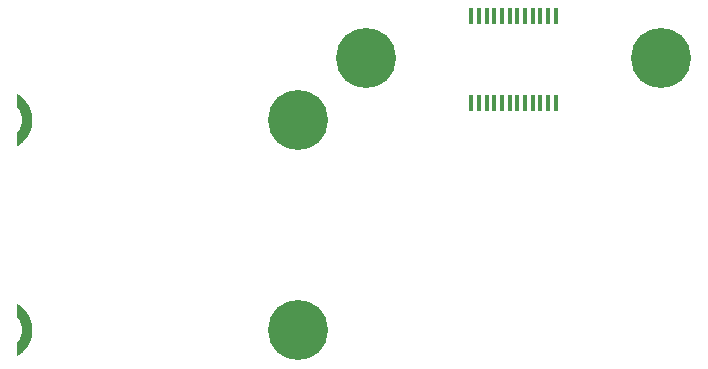
<source format=gtp>
G04 MADE WITH FRITZING*
G04 WWW.FRITZING.ORG*
G04 DOUBLE SIDED*
G04 HOLES PLATED*
G04 CONTOUR ON CENTER OF CONTOUR VECTOR*
%ASAXBY*%
%FSLAX23Y23*%
%MOIN*%
%OFA0B0*%
%SFA1.0B1.0*%
%ADD10C,0.200000*%
%ADD11R,0.013701X0.055000*%
%ADD12R,0.001000X0.001000*%
%LNPASTEMASK1*%
G90*
G70*
G54D10*
X1163Y1127D03*
X2148Y1127D03*
X1163Y1127D03*
X2148Y1127D03*
X936Y920D03*
X936Y920D03*
X936Y220D03*
X936Y220D03*
G54D11*
X1515Y978D03*
X1540Y978D03*
X1566Y978D03*
X1592Y978D03*
X1617Y978D03*
X1643Y978D03*
X1668Y978D03*
X1694Y978D03*
X1720Y978D03*
X1745Y978D03*
X1771Y978D03*
X1796Y978D03*
X1796Y1266D03*
X1771Y1266D03*
X1745Y1266D03*
X1720Y1266D03*
X1694Y1266D03*
X1668Y1266D03*
X1643Y1266D03*
X1617Y1266D03*
X1592Y1266D03*
X1566Y1266D03*
X1540Y1266D03*
X1515Y1266D03*
G54D12*
X1Y1007D02*
X1Y1007D01*
X1Y1006D02*
X3Y1006D01*
X1Y1005D02*
X4Y1005D01*
X1Y1004D02*
X6Y1004D01*
X1Y1003D02*
X8Y1003D01*
X1Y1002D02*
X9Y1002D01*
X1Y1001D02*
X10Y1001D01*
X1Y1000D02*
X12Y1000D01*
X1Y999D02*
X13Y999D01*
X1Y998D02*
X14Y998D01*
X1Y997D02*
X16Y997D01*
X1Y996D02*
X17Y996D01*
X1Y995D02*
X18Y995D01*
X1Y994D02*
X19Y994D01*
X1Y993D02*
X20Y993D01*
X1Y992D02*
X21Y992D01*
X1Y991D02*
X22Y991D01*
X1Y990D02*
X23Y990D01*
X1Y989D02*
X24Y989D01*
X1Y988D02*
X25Y988D01*
X1Y987D02*
X26Y987D01*
X1Y986D02*
X27Y986D01*
X1Y985D02*
X28Y985D01*
X1Y984D02*
X29Y984D01*
X1Y983D02*
X29Y983D01*
X1Y982D02*
X30Y982D01*
X1Y981D02*
X31Y981D01*
X1Y980D02*
X32Y980D01*
X1Y979D02*
X32Y979D01*
X1Y978D02*
X33Y978D01*
X1Y977D02*
X34Y977D01*
X1Y976D02*
X35Y976D01*
X1Y975D02*
X35Y975D01*
X1Y974D02*
X36Y974D01*
X1Y973D02*
X37Y973D01*
X1Y972D02*
X37Y972D01*
X1Y971D02*
X38Y971D01*
X1Y970D02*
X38Y970D01*
X1Y969D02*
X39Y969D01*
X1Y968D02*
X40Y968D01*
X1Y967D02*
X40Y967D01*
X1Y966D02*
X41Y966D01*
X1Y965D02*
X41Y965D01*
X1Y964D02*
X42Y964D01*
X2Y963D02*
X42Y963D01*
X3Y962D02*
X43Y962D01*
X3Y961D02*
X43Y961D01*
X4Y960D02*
X44Y960D01*
X5Y959D02*
X44Y959D01*
X6Y958D02*
X44Y958D01*
X6Y957D02*
X45Y957D01*
X7Y956D02*
X45Y956D01*
X8Y955D02*
X46Y955D01*
X8Y954D02*
X46Y954D01*
X9Y953D02*
X46Y953D01*
X10Y952D02*
X47Y952D01*
X10Y951D02*
X47Y951D01*
X11Y950D02*
X47Y950D01*
X11Y949D02*
X48Y949D01*
X12Y948D02*
X48Y948D01*
X12Y947D02*
X48Y947D01*
X12Y946D02*
X48Y946D01*
X13Y945D02*
X49Y945D01*
X13Y944D02*
X49Y944D01*
X14Y943D02*
X49Y943D01*
X14Y942D02*
X49Y942D01*
X14Y941D02*
X50Y941D01*
X15Y940D02*
X50Y940D01*
X15Y939D02*
X50Y939D01*
X15Y938D02*
X50Y938D01*
X16Y937D02*
X50Y937D01*
X16Y936D02*
X50Y936D01*
X16Y935D02*
X51Y935D01*
X16Y934D02*
X51Y934D01*
X17Y933D02*
X51Y933D01*
X17Y932D02*
X51Y932D01*
X17Y931D02*
X51Y931D01*
X17Y930D02*
X51Y930D01*
X17Y929D02*
X51Y929D01*
X17Y928D02*
X51Y928D01*
X17Y927D02*
X52Y927D01*
X18Y926D02*
X52Y926D01*
X18Y925D02*
X52Y925D01*
X18Y924D02*
X52Y924D01*
X18Y923D02*
X52Y923D01*
X18Y922D02*
X52Y922D01*
X18Y921D02*
X52Y921D01*
X18Y920D02*
X52Y920D01*
X18Y919D02*
X52Y919D01*
X18Y918D02*
X52Y918D01*
X18Y917D02*
X52Y917D01*
X18Y916D02*
X52Y916D01*
X18Y915D02*
X52Y915D01*
X18Y914D02*
X52Y914D01*
X17Y913D02*
X51Y913D01*
X17Y912D02*
X51Y912D01*
X17Y911D02*
X51Y911D01*
X17Y910D02*
X51Y910D01*
X17Y909D02*
X51Y909D01*
X17Y908D02*
X51Y908D01*
X17Y907D02*
X51Y907D01*
X16Y906D02*
X51Y906D01*
X16Y905D02*
X51Y905D01*
X16Y904D02*
X50Y904D01*
X16Y903D02*
X50Y903D01*
X15Y902D02*
X50Y902D01*
X15Y901D02*
X50Y901D01*
X15Y900D02*
X50Y900D01*
X14Y899D02*
X49Y899D01*
X14Y898D02*
X49Y898D01*
X14Y897D02*
X49Y897D01*
X13Y896D02*
X49Y896D01*
X13Y895D02*
X49Y895D01*
X12Y894D02*
X48Y894D01*
X12Y893D02*
X48Y893D01*
X11Y892D02*
X48Y892D01*
X11Y891D02*
X47Y891D01*
X10Y890D02*
X47Y890D01*
X10Y889D02*
X47Y889D01*
X9Y888D02*
X46Y888D01*
X9Y887D02*
X46Y887D01*
X8Y886D02*
X46Y886D01*
X8Y885D02*
X45Y885D01*
X7Y884D02*
X45Y884D01*
X6Y883D02*
X45Y883D01*
X5Y882D02*
X44Y882D01*
X5Y881D02*
X44Y881D01*
X4Y880D02*
X43Y880D01*
X3Y879D02*
X43Y879D01*
X2Y878D02*
X42Y878D01*
X1Y877D02*
X42Y877D01*
X1Y876D02*
X41Y876D01*
X1Y875D02*
X41Y875D01*
X1Y874D02*
X40Y874D01*
X1Y873D02*
X40Y873D01*
X1Y872D02*
X39Y872D01*
X1Y871D02*
X39Y871D01*
X1Y870D02*
X38Y870D01*
X1Y869D02*
X38Y869D01*
X1Y868D02*
X37Y868D01*
X1Y867D02*
X36Y867D01*
X1Y866D02*
X36Y866D01*
X1Y865D02*
X35Y865D01*
X1Y864D02*
X34Y864D01*
X1Y863D02*
X34Y863D01*
X1Y862D02*
X33Y862D01*
X1Y861D02*
X32Y861D01*
X1Y860D02*
X31Y860D01*
X1Y859D02*
X31Y859D01*
X1Y858D02*
X30Y858D01*
X1Y857D02*
X29Y857D01*
X1Y856D02*
X28Y856D01*
X1Y855D02*
X28Y855D01*
X1Y854D02*
X27Y854D01*
X1Y853D02*
X26Y853D01*
X1Y852D02*
X25Y852D01*
X1Y851D02*
X24Y851D01*
X1Y850D02*
X23Y850D01*
X1Y849D02*
X22Y849D01*
X1Y848D02*
X21Y848D01*
X1Y847D02*
X20Y847D01*
X1Y846D02*
X19Y846D01*
X1Y845D02*
X18Y845D01*
X1Y844D02*
X16Y844D01*
X1Y843D02*
X15Y843D01*
X1Y842D02*
X14Y842D01*
X1Y841D02*
X13Y841D01*
X1Y840D02*
X11Y840D01*
X1Y839D02*
X10Y839D01*
X1Y838D02*
X9Y838D01*
X1Y837D02*
X7Y837D01*
X1Y836D02*
X6Y836D01*
X1Y835D02*
X4Y835D01*
X1Y834D02*
X2Y834D01*
X1Y833D02*
X1Y833D01*
X1Y307D02*
X1Y307D01*
X1Y306D02*
X3Y306D01*
X1Y305D02*
X5Y305D01*
X1Y304D02*
X6Y304D01*
X1Y303D02*
X8Y303D01*
X1Y302D02*
X9Y302D01*
X1Y301D02*
X10Y301D01*
X1Y300D02*
X12Y300D01*
X1Y299D02*
X13Y299D01*
X1Y298D02*
X15Y298D01*
X1Y297D02*
X16Y297D01*
X1Y296D02*
X17Y296D01*
X1Y295D02*
X18Y295D01*
X1Y294D02*
X19Y294D01*
X1Y293D02*
X20Y293D01*
X1Y292D02*
X21Y292D01*
X1Y291D02*
X22Y291D01*
X1Y290D02*
X23Y290D01*
X1Y289D02*
X24Y289D01*
X1Y288D02*
X25Y288D01*
X1Y287D02*
X26Y287D01*
X1Y286D02*
X27Y286D01*
X1Y285D02*
X28Y285D01*
X1Y284D02*
X29Y284D01*
X1Y283D02*
X30Y283D01*
X1Y282D02*
X30Y282D01*
X1Y281D02*
X31Y281D01*
X1Y280D02*
X32Y280D01*
X1Y279D02*
X33Y279D01*
X1Y278D02*
X33Y278D01*
X1Y277D02*
X34Y277D01*
X1Y276D02*
X35Y276D01*
X1Y275D02*
X35Y275D01*
X1Y274D02*
X36Y274D01*
X1Y273D02*
X37Y273D01*
X1Y272D02*
X37Y272D01*
X1Y271D02*
X38Y271D01*
X1Y270D02*
X38Y270D01*
X1Y269D02*
X39Y269D01*
X1Y268D02*
X40Y268D01*
X1Y267D02*
X40Y267D01*
X1Y266D02*
X41Y266D01*
X1Y265D02*
X41Y265D01*
X1Y264D02*
X42Y264D01*
X2Y263D02*
X42Y263D01*
X3Y262D02*
X43Y262D01*
X3Y261D02*
X43Y261D01*
X4Y260D02*
X44Y260D01*
X5Y259D02*
X44Y259D01*
X6Y258D02*
X44Y258D01*
X6Y257D02*
X45Y257D01*
X7Y256D02*
X45Y256D01*
X8Y255D02*
X46Y255D01*
X8Y254D02*
X46Y254D01*
X9Y253D02*
X46Y253D01*
X10Y252D02*
X47Y252D01*
X10Y251D02*
X47Y251D01*
X11Y250D02*
X47Y250D01*
X11Y249D02*
X48Y249D01*
X12Y248D02*
X48Y248D01*
X12Y247D02*
X48Y247D01*
X12Y246D02*
X48Y246D01*
X13Y245D02*
X49Y245D01*
X13Y244D02*
X49Y244D01*
X14Y243D02*
X49Y243D01*
X14Y242D02*
X49Y242D01*
X14Y241D02*
X50Y241D01*
X15Y240D02*
X50Y240D01*
X15Y239D02*
X50Y239D01*
X15Y238D02*
X50Y238D01*
X16Y237D02*
X50Y237D01*
X16Y236D02*
X50Y236D01*
X16Y235D02*
X51Y235D01*
X16Y234D02*
X51Y234D01*
X17Y233D02*
X51Y233D01*
X17Y232D02*
X51Y232D01*
X17Y231D02*
X51Y231D01*
X17Y230D02*
X51Y230D01*
X17Y229D02*
X51Y229D01*
X17Y228D02*
X51Y228D01*
X18Y227D02*
X52Y227D01*
X18Y226D02*
X52Y226D01*
X18Y225D02*
X52Y225D01*
X18Y224D02*
X52Y224D01*
X18Y223D02*
X52Y223D01*
X18Y222D02*
X52Y222D01*
X18Y221D02*
X52Y221D01*
X18Y220D02*
X52Y220D01*
X18Y219D02*
X52Y219D01*
X18Y218D02*
X52Y218D01*
X18Y217D02*
X52Y217D01*
X18Y216D02*
X52Y216D01*
X18Y215D02*
X52Y215D01*
X18Y214D02*
X52Y214D01*
X17Y213D02*
X51Y213D01*
X17Y212D02*
X51Y212D01*
X17Y211D02*
X51Y211D01*
X17Y210D02*
X51Y210D01*
X17Y209D02*
X51Y209D01*
X17Y208D02*
X51Y208D01*
X17Y207D02*
X51Y207D01*
X16Y206D02*
X51Y206D01*
X16Y205D02*
X51Y205D01*
X16Y204D02*
X50Y204D01*
X16Y203D02*
X50Y203D01*
X15Y202D02*
X50Y202D01*
X15Y201D02*
X50Y201D01*
X15Y200D02*
X50Y200D01*
X14Y199D02*
X49Y199D01*
X14Y198D02*
X49Y198D01*
X13Y197D02*
X49Y197D01*
X13Y196D02*
X49Y196D01*
X13Y195D02*
X49Y195D01*
X12Y194D02*
X48Y194D01*
X12Y193D02*
X48Y193D01*
X11Y192D02*
X48Y192D01*
X11Y191D02*
X47Y191D01*
X10Y190D02*
X47Y190D01*
X10Y189D02*
X47Y189D01*
X9Y188D02*
X46Y188D01*
X9Y187D02*
X46Y187D01*
X8Y186D02*
X46Y186D01*
X7Y185D02*
X45Y185D01*
X7Y184D02*
X45Y184D01*
X6Y183D02*
X45Y183D01*
X5Y182D02*
X44Y182D01*
X5Y181D02*
X44Y181D01*
X4Y180D02*
X43Y180D01*
X3Y179D02*
X43Y179D01*
X2Y178D02*
X42Y178D01*
X1Y177D02*
X42Y177D01*
X1Y176D02*
X41Y176D01*
X1Y175D02*
X41Y175D01*
X1Y174D02*
X40Y174D01*
X1Y173D02*
X40Y173D01*
X1Y172D02*
X39Y172D01*
X1Y171D02*
X39Y171D01*
X1Y170D02*
X38Y170D01*
X1Y169D02*
X37Y169D01*
X1Y168D02*
X37Y168D01*
X1Y167D02*
X36Y167D01*
X1Y166D02*
X36Y166D01*
X1Y165D02*
X35Y165D01*
X1Y164D02*
X34Y164D01*
X1Y163D02*
X34Y163D01*
X1Y162D02*
X33Y162D01*
X1Y161D02*
X32Y161D01*
X1Y160D02*
X31Y160D01*
X1Y159D02*
X31Y159D01*
X1Y158D02*
X30Y158D01*
X1Y157D02*
X29Y157D01*
X1Y156D02*
X28Y156D01*
X1Y155D02*
X27Y155D01*
X1Y154D02*
X27Y154D01*
X1Y153D02*
X26Y153D01*
X1Y152D02*
X25Y152D01*
X1Y151D02*
X24Y151D01*
X1Y150D02*
X23Y150D01*
X1Y149D02*
X22Y149D01*
X1Y148D02*
X21Y148D01*
X1Y147D02*
X20Y147D01*
X1Y146D02*
X19Y146D01*
X1Y145D02*
X17Y145D01*
X1Y144D02*
X16Y144D01*
X1Y143D02*
X15Y143D01*
X1Y142D02*
X14Y142D01*
X1Y141D02*
X13Y141D01*
X1Y140D02*
X11Y140D01*
X1Y139D02*
X10Y139D01*
X1Y138D02*
X9Y138D01*
X1Y137D02*
X7Y137D01*
X1Y136D02*
X5Y136D01*
X1Y135D02*
X4Y135D01*
X1Y134D02*
X2Y134D01*
D02*
G04 End of PasteMask1*
M02*
</source>
